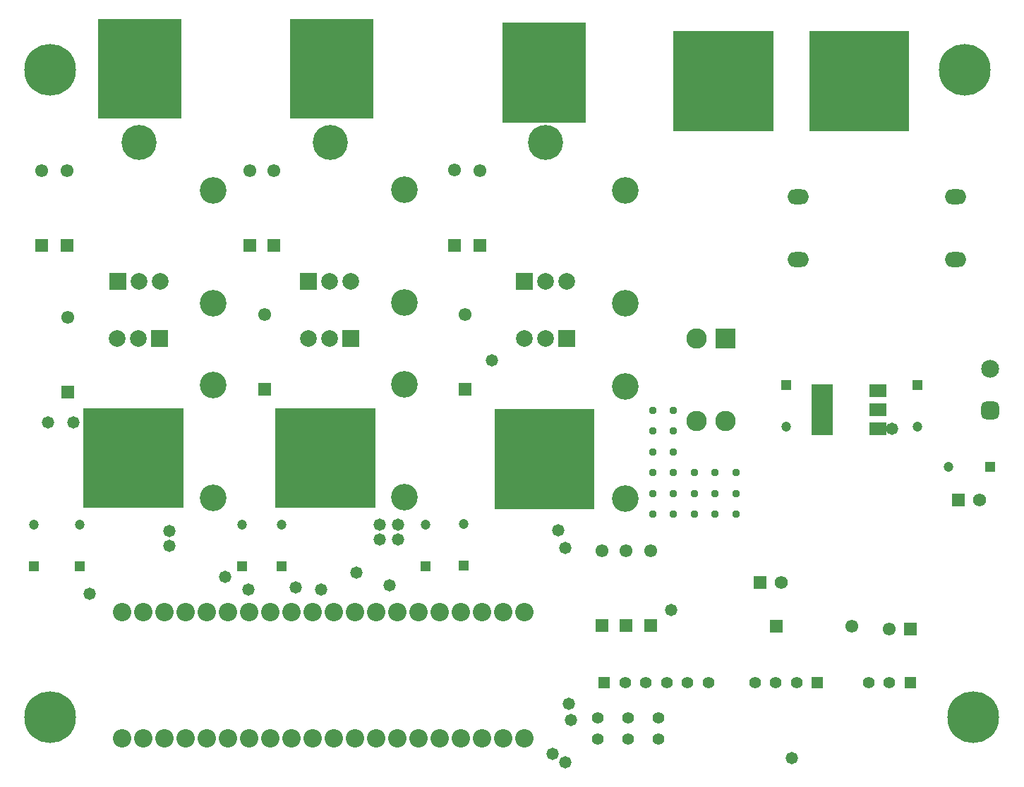
<source format=gts>
G04*
G04 #@! TF.GenerationSoftware,Altium Limited,Altium Designer,24.8.2 (39)*
G04*
G04 Layer_Color=8388736*
%FSLAX44Y44*%
%MOMM*%
G71*
G04*
G04 #@! TF.SameCoordinates,2ADF9C04-DE7E-4385-BC50-A77D5B0DFB63*
G04*
G04*
G04 #@! TF.FilePolarity,Negative*
G04*
G01*
G75*
%ADD13R,2.5400X6.0960*%
%ADD14R,2.0320X1.5240*%
%ADD15C,3.2032*%
%ADD16O,2.2032X2.2032*%
%ADD17C,1.2000*%
%ADD18R,1.2000X1.2000*%
%ADD19R,1.5532X1.5532*%
%ADD20C,1.5532*%
%ADD21C,2.0000*%
%ADD22R,2.0000X2.0000*%
%ADD23C,2.4500*%
%ADD24R,2.4500X2.4500*%
%ADD25R,1.5532X1.5532*%
%ADD26C,1.5700*%
%ADD27R,1.5700X1.5700*%
%ADD28C,1.4000*%
%ADD29R,1.4000X1.4000*%
%ADD30C,1.4132*%
G04:AMPARAMS|DCode=31|XSize=2.1532mm|YSize=2.1532mm|CornerRadius=0.5891mm|HoleSize=0mm|Usage=FLASHONLY|Rotation=90.000|XOffset=0mm|YOffset=0mm|HoleType=Round|Shape=RoundedRectangle|*
%AMROUNDEDRECTD31*
21,1,2.1532,0.9750,0,0,90.0*
21,1,0.9750,2.1532,0,0,90.0*
1,1,1.1782,0.4875,0.4875*
1,1,1.1782,0.4875,-0.4875*
1,1,1.1782,-0.4875,-0.4875*
1,1,1.1782,-0.4875,0.4875*
%
%ADD31ROUNDEDRECTD31*%
%ADD32C,2.1532*%
%ADD33R,1.2000X1.2000*%
%ADD34O,2.6032X1.8032*%
%ADD35C,4.2032*%
%ADD36C,1.5500*%
%ADD37R,1.5500X1.5500*%
%ADD38C,6.2032*%
%ADD39C,1.4732*%
%ADD40C,0.9532*%
G36*
X87500Y627500D02*
Y747500D01*
X207500D01*
Y627500D01*
X87500D01*
D02*
G37*
G36*
X317500D02*
Y747500D01*
X437500D01*
Y627500D01*
X317500D01*
D02*
G37*
G36*
X105000Y1095000D02*
Y1215000D01*
X205000D01*
Y1095000D01*
X105000D01*
D02*
G37*
G36*
X335000D02*
Y1215000D01*
X435000D01*
Y1095000D01*
X335000D01*
D02*
G37*
G36*
X690000Y1090000D02*
X590000D01*
Y1210000D01*
X690000D01*
Y1090000D01*
D02*
G37*
G36*
X1078001Y1080216D02*
X958001D01*
Y1200216D01*
X1078001D01*
Y1080216D01*
D02*
G37*
G36*
X915000Y1080000D02*
X795000D01*
Y1200000D01*
X915000D01*
Y1080000D01*
D02*
G37*
G36*
X700458Y626476D02*
X580458D01*
Y746476D01*
X700458D01*
Y626476D01*
D02*
G37*
D13*
X973550Y745750D02*
D03*
D14*
X1040450Y768650D02*
D03*
Y745750D02*
D03*
Y722850D02*
D03*
D15*
X472500Y874550D02*
D03*
Y1009450D02*
D03*
X737270Y773920D02*
D03*
Y639020D02*
D03*
X243250Y774950D02*
D03*
Y640050D02*
D03*
Y1008700D02*
D03*
Y873800D02*
D03*
X737270Y1008700D02*
D03*
Y873800D02*
D03*
X472500Y775920D02*
D03*
Y641020D02*
D03*
D16*
X209842Y502783D02*
D03*
X184442D02*
D03*
X133642D02*
D03*
X235242D02*
D03*
X159042D02*
D03*
X260642D02*
D03*
X514750Y350637D02*
D03*
X616350D02*
D03*
X540150D02*
D03*
X565550D02*
D03*
X590950D02*
D03*
X489350D02*
D03*
X463950D02*
D03*
X413150D02*
D03*
X387750D02*
D03*
X362350D02*
D03*
X438550D02*
D03*
X336950D02*
D03*
X286150D02*
D03*
X133750D02*
D03*
X159150D02*
D03*
X184550D02*
D03*
X209950D02*
D03*
X311550D02*
D03*
X235350D02*
D03*
X260750D02*
D03*
X514642Y502783D02*
D03*
X616496D02*
D03*
X540042D02*
D03*
X565442D02*
D03*
X590842D02*
D03*
X489242D02*
D03*
X362242D02*
D03*
X286042D02*
D03*
X311442D02*
D03*
X336842D02*
D03*
X387642D02*
D03*
X413042D02*
D03*
X438442D02*
D03*
X463842D02*
D03*
D17*
X1087500Y725000D02*
D03*
X930000Y725000D02*
D03*
X27500Y607500D02*
D03*
X325250Y608000D02*
D03*
X497500Y607500D02*
D03*
X277500Y608000D02*
D03*
X543500Y608250D02*
D03*
X82500Y607500D02*
D03*
X1124750Y677000D02*
D03*
D18*
X1087500Y775000D02*
D03*
X930000Y775000D02*
D03*
X27500Y557500D02*
D03*
X325250Y558000D02*
D03*
X497500Y557500D02*
D03*
X277500Y558000D02*
D03*
X543500Y558250D02*
D03*
X82500Y557500D02*
D03*
D19*
X304750Y770250D02*
D03*
X768250Y486250D02*
D03*
X738457D02*
D03*
X709207D02*
D03*
X563000Y943000D02*
D03*
X532500Y943250D02*
D03*
X315750Y943000D02*
D03*
X286707D02*
D03*
X68750Y766500D02*
D03*
X37000Y943000D02*
D03*
X67500D02*
D03*
X544750Y770250D02*
D03*
D20*
X304750Y860250D02*
D03*
X1008750Y485750D02*
D03*
X768250Y576250D02*
D03*
X738457D02*
D03*
X709207D02*
D03*
X563000Y1033000D02*
D03*
X532500Y1033250D02*
D03*
X315750Y1033000D02*
D03*
X286707D02*
D03*
X68750Y856500D02*
D03*
X37000Y1033000D02*
D03*
X67500D02*
D03*
X544750Y860250D02*
D03*
D21*
X382270Y831100D02*
D03*
X356870D02*
D03*
X382270Y899560D02*
D03*
X407670D02*
D03*
X641839D02*
D03*
X667239D02*
D03*
X641839Y831100D02*
D03*
X616439D02*
D03*
X179070Y899560D02*
D03*
X153670D02*
D03*
X127807Y831101D02*
D03*
X153207D02*
D03*
D22*
X407670Y831100D02*
D03*
X356870Y899560D02*
D03*
X616439D02*
D03*
X667239Y831100D02*
D03*
X128270Y899560D02*
D03*
X178607Y831101D02*
D03*
D23*
X823250Y732150D02*
D03*
Y831350D02*
D03*
X857250Y732150D02*
D03*
D24*
Y831350D02*
D03*
D25*
X918750Y485750D02*
D03*
D26*
X924500Y538000D02*
D03*
X1162700Y637500D02*
D03*
D27*
X899100Y538000D02*
D03*
X1137300Y637500D02*
D03*
D28*
X1029330Y418000D02*
D03*
X1054330D02*
D03*
X917792D02*
D03*
X892792D02*
D03*
X942792D02*
D03*
X737250Y418000D02*
D03*
X762250D02*
D03*
X787250D02*
D03*
X812250D02*
D03*
X837250D02*
D03*
D29*
X1079330Y418000D02*
D03*
X967792D02*
D03*
X712250Y418000D02*
D03*
D30*
X777000Y349815D02*
D03*
Y375215D02*
D03*
X704065Y349815D02*
D03*
Y375215D02*
D03*
X740407D02*
D03*
Y349815D02*
D03*
D31*
X1175000Y745000D02*
D03*
D32*
Y795000D02*
D03*
D33*
X1174750Y677000D02*
D03*
D34*
X944500Y1001192D02*
D03*
Y926193D02*
D03*
X1134000Y926000D02*
D03*
Y1001000D02*
D03*
D35*
X153670Y1066120D02*
D03*
X383540D02*
D03*
X641840D02*
D03*
D36*
X1054000Y482500D02*
D03*
D37*
X1079000D02*
D03*
D38*
X47500Y1153470D02*
D03*
Y376500D02*
D03*
X1155000D02*
D03*
X1144770Y1153470D02*
D03*
D39*
X257500Y545000D02*
D03*
X577500Y805000D02*
D03*
X665000Y322500D02*
D03*
X465000Y607500D02*
D03*
X442500D02*
D03*
Y590000D02*
D03*
X1057500Y722500D02*
D03*
X75000Y730000D02*
D03*
X285000Y529760D02*
D03*
X341930Y532260D02*
D03*
X455000Y534760D02*
D03*
X415000Y550000D02*
D03*
X665000Y580000D02*
D03*
X792500Y505000D02*
D03*
X95000Y525000D02*
D03*
X190000Y582500D02*
D03*
Y600000D02*
D03*
X372500Y530000D02*
D03*
X465000Y589760D02*
D03*
X657018Y600482D02*
D03*
X670000Y392500D02*
D03*
X672306Y372695D02*
D03*
X937500Y327500D02*
D03*
X650000Y332500D02*
D03*
X45000Y730000D02*
D03*
D40*
X990000Y1117500D02*
D03*
X1015000D02*
D03*
X1040000D02*
D03*
X1065000D02*
D03*
Y1092500D02*
D03*
X1040000D02*
D03*
X1015000D02*
D03*
X990000D02*
D03*
X965000Y1117500D02*
D03*
Y1092500D02*
D03*
Y1142500D02*
D03*
X990000D02*
D03*
Y1167500D02*
D03*
X965000D02*
D03*
X990000Y1192500D02*
D03*
X965000D02*
D03*
X1065000Y1142500D02*
D03*
X1040000D02*
D03*
X1015000D02*
D03*
Y1167500D02*
D03*
X1040000D02*
D03*
X1065000D02*
D03*
Y1192500D02*
D03*
X1040000D02*
D03*
X1015000D02*
D03*
X855000Y1190000D02*
D03*
X880000D02*
D03*
X905000D02*
D03*
Y1165000D02*
D03*
X880000D02*
D03*
X855000D02*
D03*
Y1140000D02*
D03*
X880000D02*
D03*
X905000D02*
D03*
X805000Y1190000D02*
D03*
X830000D02*
D03*
X805000Y1165000D02*
D03*
X830000D02*
D03*
Y1140000D02*
D03*
X805000D02*
D03*
Y1090000D02*
D03*
Y1115000D02*
D03*
X830000Y1090000D02*
D03*
X855000D02*
D03*
X880000D02*
D03*
X905000D02*
D03*
Y1115000D02*
D03*
X880000D02*
D03*
X855000D02*
D03*
X830000D02*
D03*
X795000Y670000D02*
D03*
X820000D02*
D03*
X845000D02*
D03*
X870000D02*
D03*
Y645000D02*
D03*
X845000D02*
D03*
X820000D02*
D03*
X795000D02*
D03*
Y620000D02*
D03*
X820000D02*
D03*
X845000D02*
D03*
X870000D02*
D03*
X770000Y670000D02*
D03*
Y645000D02*
D03*
Y620000D02*
D03*
Y695000D02*
D03*
X795000D02*
D03*
Y720000D02*
D03*
X770000D02*
D03*
X795000Y745000D02*
D03*
X770000D02*
D03*
M02*

</source>
